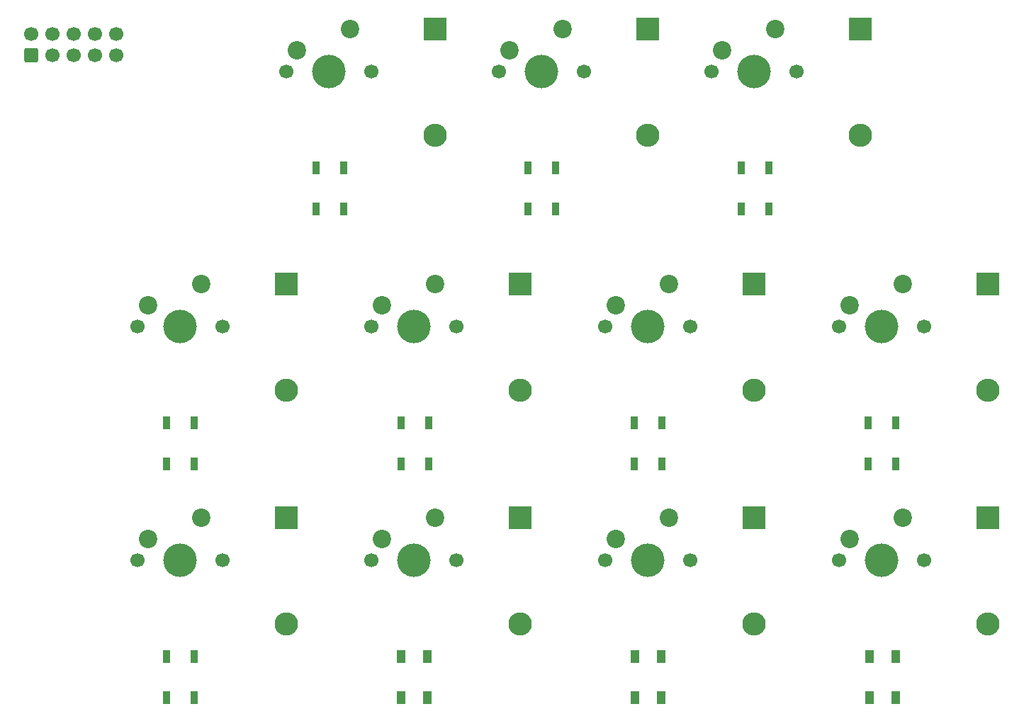
<source format=gbr>
%TF.GenerationSoftware,KiCad,Pcbnew,7.0.0-da2b9df05c~171~ubuntu22.04.1*%
%TF.CreationDate,2023-03-16T18:49:30-03:00*%
%TF.ProjectId,side_board,73696465-5f62-46f6-9172-642e6b696361,rev?*%
%TF.SameCoordinates,Original*%
%TF.FileFunction,Soldermask,Top*%
%TF.FilePolarity,Negative*%
%FSLAX46Y46*%
G04 Gerber Fmt 4.6, Leading zero omitted, Abs format (unit mm)*
G04 Created by KiCad (PCBNEW 7.0.0-da2b9df05c~171~ubuntu22.04.1) date 2023-03-16 18:49:30*
%MOMM*%
%LPD*%
G01*
G04 APERTURE LIST*
G04 Aperture macros list*
%AMRoundRect*
0 Rectangle with rounded corners*
0 $1 Rounding radius*
0 $2 $3 $4 $5 $6 $7 $8 $9 X,Y pos of 4 corners*
0 Add a 4 corners polygon primitive as box body*
4,1,4,$2,$3,$4,$5,$6,$7,$8,$9,$2,$3,0*
0 Add four circle primitives for the rounded corners*
1,1,$1+$1,$2,$3*
1,1,$1+$1,$4,$5*
1,1,$1+$1,$6,$7*
1,1,$1+$1,$8,$9*
0 Add four rect primitives between the rounded corners*
20,1,$1+$1,$2,$3,$4,$5,0*
20,1,$1+$1,$4,$5,$6,$7,0*
20,1,$1+$1,$6,$7,$8,$9,0*
20,1,$1+$1,$8,$9,$2,$3,0*%
G04 Aperture macros list end*
%ADD10R,1.000000X1.500000*%
%ADD11RoundRect,0.250000X0.600000X-0.600000X0.600000X0.600000X-0.600000X0.600000X-0.600000X-0.600000X0*%
%ADD12C,1.700000*%
%ADD13C,4.000000*%
%ADD14C,2.200000*%
%ADD15R,0.900000X1.500000*%
%ADD16R,2.800000X2.800000*%
%ADD17O,2.800000X2.800000*%
G04 APERTURE END LIST*
D10*
%TO.C,D22*%
X158509999Y-130719999D03*
X161709999Y-130719999D03*
X161709999Y-125819999D03*
X158509999Y-125819999D03*
%TD*%
%TO.C,D21*%
X130479999Y-130719999D03*
X133679999Y-130719999D03*
X133679999Y-125819999D03*
X130479999Y-125819999D03*
%TD*%
%TO.C,D20*%
X102539999Y-130719999D03*
X105739999Y-130719999D03*
X105739999Y-125819999D03*
X102539999Y-125819999D03*
%TD*%
D11*
%TO.C,J1*%
X58420000Y-53957500D03*
D12*
X58420000Y-51417500D03*
X60960000Y-53957500D03*
X60960000Y-51417500D03*
X63500000Y-53957500D03*
X63500000Y-51417500D03*
X66040000Y-53957500D03*
X66040000Y-51417500D03*
X68580000Y-53957500D03*
X68580000Y-51417500D03*
%TD*%
%TO.C,SW4*%
X71120000Y-86360000D03*
D13*
X76200000Y-86360000D03*
D12*
X81280000Y-86360000D03*
D14*
X78740000Y-81280000D03*
X72390000Y-83820000D03*
%TD*%
D15*
%TO.C,D8*%
X74549999Y-130719999D03*
X77849999Y-130719999D03*
X77849999Y-125819999D03*
X74549999Y-125819999D03*
%TD*%
D12*
%TO.C,SW6*%
X127000000Y-86360000D03*
D13*
X132080000Y-86360000D03*
D12*
X137160000Y-86360000D03*
D14*
X134620000Y-81280000D03*
X128270000Y-83820000D03*
%TD*%
%TO.C,SW1*%
X90170000Y-53340000D03*
X96520000Y-50800000D03*
D12*
X99060000Y-55880000D03*
D13*
X93980000Y-55880000D03*
D12*
X88900000Y-55880000D03*
%TD*%
%TO.C,SW8*%
X71120000Y-114300000D03*
D13*
X76200000Y-114300000D03*
D12*
X81280000Y-114300000D03*
D14*
X78740000Y-109220000D03*
X72390000Y-111760000D03*
%TD*%
D16*
%TO.C,D9*%
X106679999Y-50799999D03*
D17*
X106679999Y-63499999D03*
%TD*%
D12*
%TO.C,SW11*%
X154940000Y-114300000D03*
D13*
X160020000Y-114300000D03*
D12*
X165100000Y-114300000D03*
D14*
X162560000Y-109220000D03*
X156210000Y-111760000D03*
%TD*%
D15*
%TO.C,D7*%
X158369999Y-97879999D03*
X161669999Y-97879999D03*
X161669999Y-102779999D03*
X158369999Y-102779999D03*
%TD*%
D12*
%TO.C,SW10*%
X127000000Y-114300000D03*
D13*
X132080000Y-114300000D03*
D12*
X137160000Y-114300000D03*
D14*
X134620000Y-109220000D03*
X128270000Y-111760000D03*
%TD*%
D15*
%TO.C,D4*%
X74549999Y-97879999D03*
X77849999Y-97879999D03*
X77849999Y-102779999D03*
X74549999Y-102779999D03*
%TD*%
D16*
%TO.C,D17*%
X116839999Y-109219999D03*
D17*
X116839999Y-121919999D03*
%TD*%
D14*
%TO.C,SW3*%
X140970000Y-53340000D03*
X147320000Y-50800000D03*
D12*
X149860000Y-55880000D03*
D13*
X144780000Y-55880000D03*
D12*
X139700000Y-55880000D03*
%TD*%
D16*
%TO.C,D15*%
X172719999Y-81279999D03*
D17*
X172719999Y-93979999D03*
%TD*%
D16*
%TO.C,D10*%
X132079999Y-50799999D03*
D17*
X132079999Y-63499999D03*
%TD*%
D15*
%TO.C,D3*%
X143219999Y-72299999D03*
X146519999Y-72299999D03*
X146519999Y-67399999D03*
X143219999Y-67399999D03*
%TD*%
D16*
%TO.C,D12*%
X88899999Y-81279999D03*
D17*
X88899999Y-93979999D03*
%TD*%
D15*
%TO.C,D2*%
X117729999Y-72299999D03*
X121029999Y-72299999D03*
X121029999Y-67399999D03*
X117729999Y-67399999D03*
%TD*%
D16*
%TO.C,D13*%
X116839999Y-81279999D03*
D17*
X116839999Y-93979999D03*
%TD*%
D14*
%TO.C,SW9*%
X100330000Y-111760000D03*
X106680000Y-109220000D03*
D12*
X109220000Y-114300000D03*
D13*
X104140000Y-114300000D03*
D12*
X99060000Y-114300000D03*
%TD*%
%TO.C,SW7*%
X154940000Y-86360000D03*
D13*
X160020000Y-86360000D03*
D12*
X165100000Y-86360000D03*
D14*
X162560000Y-81280000D03*
X156210000Y-83820000D03*
%TD*%
D16*
%TO.C,D11*%
X157479999Y-50799999D03*
D17*
X157479999Y-63499999D03*
%TD*%
D16*
%TO.C,D19*%
X172719999Y-109219999D03*
D17*
X172719999Y-121919999D03*
%TD*%
D15*
%TO.C,D6*%
X130429999Y-97879999D03*
X133729999Y-97879999D03*
X133729999Y-102779999D03*
X130429999Y-102779999D03*
%TD*%
%TO.C,D5*%
X102579999Y-97879999D03*
X105879999Y-97879999D03*
X105879999Y-102779999D03*
X102579999Y-102779999D03*
%TD*%
%TO.C,D1*%
X92419999Y-72299999D03*
X95719999Y-72299999D03*
X95719999Y-67399999D03*
X92419999Y-67399999D03*
%TD*%
D12*
%TO.C,SW5*%
X99060000Y-86360000D03*
D13*
X104140000Y-86360000D03*
D12*
X109220000Y-86360000D03*
D14*
X106680000Y-81280000D03*
X100330000Y-83820000D03*
%TD*%
D12*
%TO.C,SW2*%
X114300000Y-55880000D03*
D13*
X119380000Y-55880000D03*
D12*
X124460000Y-55880000D03*
D14*
X121920000Y-50800000D03*
X115570000Y-53340000D03*
%TD*%
D16*
%TO.C,D14*%
X144779999Y-81279999D03*
D17*
X144779999Y-93979999D03*
%TD*%
D16*
%TO.C,D16*%
X88899999Y-109219999D03*
D17*
X88899999Y-121919999D03*
%TD*%
D16*
%TO.C,D18*%
X144779999Y-109219999D03*
D17*
X144779999Y-121919999D03*
%TD*%
M02*

</source>
